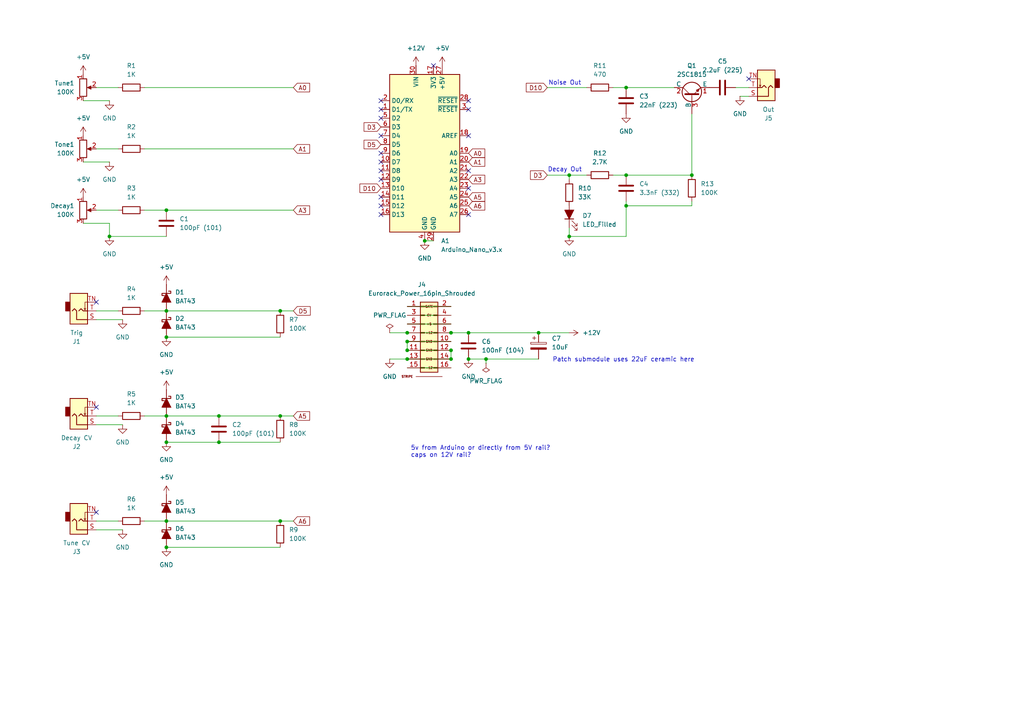
<source format=kicad_sch>
(kicad_sch (version 20231120) (generator "eeschema") (generator_version "8.0")
  (paper "A4")
  (title_block (title "HagiwoHatNoise_SMT") (rev "v1.0"))
  (lib_symbols
    (symbol "Connector_Audio:AudioJack2_SwitchT"
      (property "Reference" "J" (at 0 8.89 0))
      (property "Value" "AudioJack2_SwitchT" (at 0 6.35 0))
      (symbol "AudioJack2_SwitchT_0_1"
        (rectangle (start -2.54 0) (end -3.81 -2.54) (stroke (width 0.254)) (fill (type outline)))
        (polyline (pts (xy 1.778 -0.254) (xy 2.032 -0.762)))
        (polyline (pts (xy 0 0) (xy 0.635 -0.635) (xy 1.27 0) (xy 2.54 0)) (stroke (width 0.254)))
        (polyline (pts (xy 2.54 -2.54) (xy 1.778 -2.54) (xy 1.778 -0.254) (xy 1.524 -0.762)))
        (polyline (pts (xy 2.54 2.54) (xy -0.635 2.54) (xy -0.635 0) (xy -1.27 -0.635) (xy -1.905 0)) (stroke (width 0.254)))
        (rectangle (start 2.54 3.81) (end -2.54 -5.08) (stroke (width 0.254)) (fill (type background)))
      )
      (symbol "AudioJack2_SwitchT_1_1"
        (pin passive line (at 5.08 2.54 180) (length 2.54) (name "~") (number "S"))
        (pin passive line (at 5.08 0 180) (length 2.54) (name "~") (number "T"))
        (pin passive line (at 5.08 -2.54 180) (length 2.54) (name "~") (number "TN"))
      )
    )
    (symbol "Device:C" (pin_numbers hide) (pin_names (offset 0.254))
      (property "Reference" "C" (at 0.635 2.54 0))
      (property "Value" "C" (at 0.635 -2.54 0))
      (symbol "C_0_1"
        (polyline (pts (xy -2.032 -0.762) (xy 2.032 -0.762)) (stroke (width 0.508)))
        (polyline (pts (xy -2.032 0.762) (xy 2.032 0.762)) (stroke (width 0.508)))
      )
      (symbol "C_1_1"
        (pin passive line (at 0 3.81 270) (length 2.794) (name "~") (number "1"))
        (pin passive line (at 0 -3.81 90) (length 2.794) (name "~") (number "2"))
      )
    )
    (symbol "Device:C_Polarized" (pin_numbers hide) (pin_names (offset 0.254))
      (property "Reference" "C" (at 0.635 2.54 0))
      (property "Value" "C_Polarized" (at 0.635 -2.54 0))
      (symbol "C_Polarized_0_1"
        (rectangle (start -2.286 0.508) (end 2.286 1.016))
        (polyline (pts (xy -1.778 2.286) (xy -0.762 2.286)))
        (polyline (pts (xy -1.27 2.794) (xy -1.27 1.778)))
        (rectangle (start 2.286 -0.508) (end -2.286 -1.016) (fill (type outline)))
      )
      (symbol "C_Polarized_1_1"
        (pin passive line (at 0 3.81 270) (length 2.794) (name "~") (number "1"))
        (pin passive line (at 0 -3.81 90) (length 2.794) (name "~") (number "2"))
      )
    )
    (symbol "Device:D_Schottky_Filled" (pin_numbers hide) (pin_names (offset 1.016) hide)
      (property "Reference" "D" (at 0 2.54 0))
      (property "Value" "D_Schottky_Filled" (at 0 -2.54 0))
      (symbol "D_Schottky_Filled_0_1"
        (polyline (pts (xy 1.27 0) (xy -1.27 0)))
        (polyline (pts (xy 1.27 1.27) (xy 1.27 -1.27) (xy -1.27 0) (xy 1.27 1.27)) (stroke (width 0.254)) (fill (type outline)))
        (polyline (pts (xy -1.905 0.635) (xy -1.905 1.27) (xy -1.27 1.27) (xy -1.27 -1.27) (xy -0.635 -1.27) (xy -0.635 -0.635)) (stroke (width 0.254)))
      )
      (symbol "D_Schottky_Filled_1_1"
        (pin passive line (at -3.81 0 0) (length 2.54) (name "K") (number "1"))
        (pin passive line (at 3.81 0 180) (length 2.54) (name "A") (number "2"))
      )
    )
    (symbol "Device:LED_Filled" (pin_numbers hide) (pin_names (offset 1.016) hide)
      (property "Reference" "D" (at 0 2.54 0))
      (property "Value" "LED_Filled" (at 0 -2.54 0))
      (symbol "LED_Filled_0_1"
        (polyline (pts (xy -1.27 -1.27) (xy -1.27 1.27)) (stroke (width 0.254)))
        (polyline (pts (xy -1.27 0) (xy 1.27 0)))
        (polyline (pts (xy 1.27 -1.27) (xy 1.27 1.27) (xy -1.27 0) (xy 1.27 -1.27)) (stroke (width 0.254)) (fill (type outline)))
        (polyline (pts (xy -3.048 -0.762) (xy -4.572 -2.286) (xy -3.81 -2.286) (xy -4.572 -2.286) (xy -4.572 -1.524)))
        (polyline (pts (xy -1.778 -0.762) (xy -3.302 -2.286) (xy -2.54 -2.286) (xy -3.302 -2.286) (xy -3.302 -1.524)))
      )
      (symbol "LED_Filled_1_1"
        (pin passive line (at -3.81 0 0) (length 2.54) (name "K") (number "1"))
        (pin passive line (at 3.81 0 180) (length 2.54) (name "A") (number "2"))
      )
    )
    (symbol "Device:R" (pin_numbers hide) (pin_names (offset 0))
      (property "Reference" "R" (at 2.032 0 90))
      (property "Value" "R" (at 0 0 90))
      (symbol "R_0_1"
        (rectangle (start -1.016 -2.54) (end 1.016 2.54) (stroke (width 0.254)))
      )
      (symbol "R_1_1"
        (pin passive line (at 0 3.81 270) (length 1.27) (name "~") (number "1"))
        (pin passive line (at 0 -3.81 90) (length 1.27) (name "~") (number "2"))
      )
    )
    (symbol "Device:R_Potentiometer" (pin_names (offset 1.016) hide)
      (property "Reference" "RV" (at -4.445 0 90))
      (property "Value" "R_Potentiometer" (at -2.54 0 90))
      (symbol "R_Potentiometer_0_1"
        (polyline (pts (xy 2.54 0) (xy 1.524 0)))
        (polyline (pts (xy 1.143 0) (xy 2.286 0.508) (xy 2.286 -0.508) (xy 1.143 0)) (fill (type outline)))
        (rectangle (start 1.016 2.54) (end -1.016 -2.54) (stroke (width 0.254)))
      )
      (symbol "R_Potentiometer_1_1"
        (pin passive line (at 0 3.81 270) (length 1.27) (name "1") (number "1"))
        (pin passive line (at 3.81 0 180) (length 1.27) (name "2") (number "2"))
        (pin passive line (at 0 -3.81 90) (length 1.27) (name "3") (number "3"))
      )
    )
    (symbol "MCU_Module:Arduino_Nano_v3.x"
      (property "Reference" "A" (at -10.16 23.495 0))
      (property "Value" "Arduino_Nano_v3.x" (at 5.08 -24.13 0))
      (symbol "Arduino_Nano_v3.x_0_1"
        (rectangle (start -10.16 22.86) (end 10.16 -22.86) (stroke (width 0.254)) (fill (type background)))
      )
      (symbol "Arduino_Nano_v3.x_1_1"
        (pin bidirectional line (at -12.7 12.7 0) (length 2.54) (name "D1/TX") (number "1"))
        (pin bidirectional line (at -12.7 -2.54 0) (length 2.54) (name "D7") (number "10"))
        (pin bidirectional line (at -12.7 -5.08 0) (length 2.54) (name "D8") (number "11"))
        (pin bidirectional line (at -12.7 -7.62 0) (length 2.54) (name "D9") (number "12"))
        (pin bidirectional line (at -12.7 -10.16 0) (length 2.54) (name "D10") (number "13"))
        (pin bidirectional line (at -12.7 -12.7 0) (length 2.54) (name "D11") (number "14"))
        (pin bidirectional line (at -12.7 -15.24 0) (length 2.54) (name "D12") (number "15"))
        (pin bidirectional line (at -12.7 -17.78 0) (length 2.54) (name "D13") (number "16"))
        (pin power_out line (at 2.54 25.4 270) (length 2.54) (name "3V3") (number "17"))
        (pin input line (at 12.7 5.08 180) (length 2.54) (name "AREF") (number "18"))
        (pin bidirectional line (at 12.7 0 180) (length 2.54) (name "A0") (number "19"))
        (pin bidirectional line (at -12.7 15.24 0) (length 2.54) (name "D0/RX") (number "2"))
        (pin bidirectional line (at 12.7 -2.54 180) (length 2.54) (name "A1") (number "20"))
        (pin bidirectional line (at 12.7 -5.08 180) (length 2.54) (name "A2") (number "21"))
        (pin bidirectional line (at 12.7 -7.62 180) (length 2.54) (name "A3") (number "22"))
        (pin bidirectional line (at 12.7 -10.16 180) (length 2.54) (name "A4") (number "23"))
        (pin bidirectional line (at 12.7 -12.7 180) (length 2.54) (name "A5") (number "24"))
        (pin bidirectional line (at 12.7 -15.24 180) (length 2.54) (name "A6") (number "25"))
        (pin bidirectional line (at 12.7 -17.78 180) (length 2.54) (name "A7") (number "26"))
        (pin power_out line (at 5.08 25.4 270) (length 2.54) (name "+5V") (number "27"))
        (pin input line (at 12.7 15.24 180) (length 2.54) (name "~{RESET}") (number "28"))
        (pin power_in line (at 2.54 -25.4 90) (length 2.54) (name "GND") (number "29"))
        (pin input line (at 12.7 12.7 180) (length 2.54) (name "~{RESET}") (number "3"))
        (pin power_in line (at -2.54 25.4 270) (length 2.54) (name "VIN") (number "30"))
        (pin power_in line (at 0 -25.4 90) (length 2.54) (name "GND") (number "4"))
        (pin bidirectional line (at -12.7 10.16 0) (length 2.54) (name "D2") (number "5"))
        (pin bidirectional line (at -12.7 7.62 0) (length 2.54) (name "D3") (number "6"))
        (pin bidirectional line (at -12.7 5.08 0) (length 2.54) (name "D4") (number "7"))
        (pin bidirectional line (at -12.7 2.54 0) (length 2.54) (name "D5") (number "8"))
        (pin bidirectional line (at -12.7 0 0) (length 2.54) (name "D6") (number "9"))
      )
    )
    (symbol "PCM_4ms_Connector:Eurorack_Power_16pin_Shrouded" (pin_names (offset 0.0254) hide)
      (property "Reference" "J" (at 0 11.43 0))
      (property "Value" "Eurorack_Power_16pin_Shrouded" (at 0 13.97 0))
      (symbol "Eurorack_Power_16pin_Shrouded_0_0"
        (text "+12" (at 0 1.27 0) (effects (font (size 0.635 0.635))))
        (text "+5" (at 0 3.81 0) (effects (font (size 0.635 0.635))))
        (text "-12" (at 0 -8.89 0) (effects (font (size 0.635 0.635))))
        (text "CV" (at 0 6.35 0) (effects (font (size 0.635 0.635))))
        (text "GATE" (at 0 8.89 0) (effects (font (size 0.635 0.635))))
        (text "GND" (at 0 -6.35 0) (effects (font (size 0.635 0.635))))
        (text "GND" (at 0 -3.81 0) (effects (font (size 0.635 0.635))))
        (text "GND" (at 0 -1.27 0) (effects (font (size 0.635 0.635))))
        (text "STRIPE" (at -6.35 -11.43 0) (effects (font (size 0.635 0.635))))
      )
      (symbol "Eurorack_Power_16pin_Shrouded_0_1"
        (rectangle (start -2.54 -8.763) (end -1.27 -9.017))
        (rectangle (start -2.54 -6.223) (end -1.27 -6.477))
        (rectangle (start -2.54 -3.683) (end -1.27 -3.937))
        (rectangle (start -2.54 -1.143) (end -1.27 -1.397))
        (rectangle (start -2.54 1.397) (end -1.27 1.143))
        (rectangle (start -2.54 3.937) (end -1.27 3.683))
        (rectangle (start -2.54 6.477) (end -1.27 6.223))
        (rectangle (start -2.54 9.017) (end -1.27 8.763))
        (rectangle (start -2.54 10.16) (end 2.54 -10.16) (stroke (width 0.254)) (fill (type background)))
        (polyline (pts (xy -3.81 -11.43) (xy 3.81 -11.43) (xy 1.27 -11.43)))
        (rectangle (start 1.27 -8.763) (end 2.54 -9.017))
        (rectangle (start 1.27 -6.223) (end 2.54 -6.477))
        (rectangle (start 1.27 -3.683) (end 2.54 -3.937))
        (rectangle (start 1.27 -1.143) (end 2.54 -1.397))
        (rectangle (start 1.27 1.397) (end 2.54 1.143))
        (rectangle (start 1.27 3.937) (end 2.54 3.683))
        (rectangle (start 1.27 6.477) (end 2.54 6.223))
        (rectangle (start 1.27 9.017) (end 2.54 8.763))
      )
      (symbol "Eurorack_Power_16pin_Shrouded_1_1"
        (pin passive line (at -6.35 8.89 0) (length 3.81) (name "P1") (number "1"))
        (pin passive line (at 6.35 -1.27 180) (length 3.81) (name "GND") (number "10"))
        (pin passive line (at -6.35 -3.81 0) (length 3.81) (name "GND") (number "11"))
        (pin passive line (at 6.35 -3.81 180) (length 3.81) (name "GND") (number "12"))
        (pin passive line (at -6.35 -6.35 0) (length 3.81) (name "-12") (number "13"))
        (pin passive line (at 6.35 -6.35 180) (length 3.81) (name "-12V") (number "14"))
        (pin passive line (at -6.35 -8.89 0) (length 3.81) (name "-12V") (number "15"))
        (pin passive line (at 6.35 -8.89 180) (length 3.81) (name "P16") (number "16"))
        (pin passive line (at 6.35 8.89 180) (length 3.81) (name "P2") (number "2"))
        (pin passive line (at -6.35 6.35 0) (length 3.81) (name "P3") (number "3"))
        (pin passive line (at 6.35 6.35 180) (length 3.81) (name "P4") (number "4"))
        (pin passive line (at -6.35 3.81 0) (length 3.81) (name "+12V") (number "5"))
        (pin passive line (at 6.35 3.81 180) (length 3.81) (name "P6") (number "6"))
        (pin passive line (at -6.35 1.27 0) (length 3.81) (name "12V") (number "7"))
        (pin passive line (at 6.35 1.27 180) (length 3.81) (name "+12V") (number "8"))
        (pin passive line (at -6.35 -1.27 0) (length 3.81) (name "GND") (number "9"))
      )
    )
    (symbol "PCM_4ms_Power-symbol:PWR_FLAG" (power) (pin_numbers hide) (pin_names (offset 0) hide)
      (property "Value" "PWR_FLAG" (at 0 3.81 0))
      (symbol "PWR_FLAG_0_0"
        (pin power_out line (at 0 0 90) (length 0) (name "pwr") (number "1"))
      )
      (symbol "PWR_FLAG_0_1"
        (polyline (pts (xy 0 0) (xy 0 1.27) (xy -1.016 1.905) (xy 0 2.54) (xy 1.016 1.905) (xy 0 1.27)))
      )
    )
    (symbol "Transistor_BJT:2SC1815" (pin_names (offset 0))
      (property "Reference" "Q" (at 5.08 1.905 0))
      (property "Value" "2SC1815" (at 5.08 0 0))
      (symbol "2SC1815_0_1"
        (polyline (pts (xy 0 0) (xy 0.508 0)))
        (polyline (pts (xy 0.635 0.635) (xy 2.54 2.54)))
        (polyline (pts (xy 0.635 -0.635) (xy 2.54 -2.54) (xy 2.54 -2.54)))
        (polyline (pts (xy 0.635 1.905) (xy 0.635 -1.905) (xy 0.635 -1.905)) (stroke (width 0.508)))
        (polyline (pts (xy 1.27 -1.778) (xy 1.778 -1.27) (xy 2.286 -2.286) (xy 1.27 -1.778) (xy 1.27 -1.778)) (fill (type outline)))
        (circle (center 1.27 0) (radius 2.8194) (stroke (width 0.254)))
      )
      (symbol "2SC1815_1_1"
        (pin passive line (at 2.54 -5.08 90) (length 2.54) (name "E") (number "1"))
        (pin passive line (at 2.54 5.08 270) (length 2.54) (name "C") (number "2"))
        (pin input line (at -5.08 0 0) (length 5.08) (name "B") (number "3"))
      )
    )
    (symbol "power:+12V" (power) (pin_numbers hide) (pin_names (offset 0) hide)
      (property "Value" "+12V" (at 0 3.556 0))
      (symbol "+12V_0_1"
        (polyline (pts (xy -0.762 1.27) (xy 0 2.54)))
        (polyline (pts (xy 0 0) (xy 0 2.54)))
        (polyline (pts (xy 0 2.54) (xy 0.762 1.27)))
      )
      (symbol "+12V_1_1"
        (pin power_in line (at 0 0 90) (length 0) (name "~") (number "1"))
      )
    )
    (symbol "power:+5V" (power) (pin_numbers hide) (pin_names (offset 0) hide)
      (property "Value" "+5V" (at 0 3.556 0))
      (symbol "+5V_0_1"
        (polyline (pts (xy -0.762 1.27) (xy 0 2.54)))
        (polyline (pts (xy 0 0) (xy 0 2.54)))
        (polyline (pts (xy 0 2.54) (xy 0.762 1.27)))
      )
      (symbol "+5V_1_1"
        (pin power_in line (at 0 0 90) (length 0) (name "~") (number "1"))
      )
    )
    (symbol "power:GND" (power) (pin_numbers hide) (pin_names (offset 0) hide)
      (property "Value" "GND" (at 0 -3.81 0))
      (symbol "GND_0_1"
        (polyline (pts (xy 0 0) (xy 0 -1.27) (xy 1.27 -1.27) (xy 0 -2.54) (xy -1.27 -1.27) (xy 0 -1.27)))
      )
      (symbol "GND_1_1"
        (pin power_in line (at 0 0 270) (length 0) (name "~") (number "1"))
      )
    )
  )
  (junction (at 181.61 25.4))
  (junction (at 118.11 101.6))
  (junction (at 63.5 120.65))
  (junction (at 165.1 68.58))
  (junction (at 81.28 90.17))
  (junction (at 48.26 128.27))
  (junction (at 81.28 120.65))
  (junction (at 48.26 158.75))
  (junction (at 118.11 96.52))
  (junction (at 156.21 96.52))
  (junction (at 140.97 104.14))
  (junction (at 48.26 151.13))
  (junction (at 165.1 50.8))
  (junction (at 48.26 120.65))
  (junction (at 200.66 50.8))
  (junction (at 181.61 50.8))
  (junction (at 48.26 90.17))
  (junction (at 48.26 60.96))
  (junction (at 118.11 104.14))
  (junction (at 118.11 99.06))
  (junction (at 31.75 68.58))
  (junction (at 130.81 101.6))
  (junction (at 63.5 128.27))
  (junction (at 130.81 96.52))
  (junction (at 135.89 104.14))
  (junction (at 81.28 151.13))
  (junction (at 181.61 59.69))
  (junction (at 48.26 97.79))
  (junction (at 123.19 69.85))
  (junction (at 130.81 104.14))
  (junction (at 135.89 96.52))
  (no_connect (at 110.49 62.23))
  (no_connect (at 135.89 31.75))
  (no_connect (at 110.49 44.45))
  (no_connect (at 135.89 49.53))
  (no_connect (at 110.49 52.07))
  (no_connect (at 110.49 31.75))
  (no_connect (at 110.49 39.37))
  (no_connect (at 217.17 22.86))
  (no_connect (at 27.94 118.11))
  (no_connect (at 110.49 59.69))
  (no_connect (at 135.89 29.21))
  (no_connect (at 135.89 62.23))
  (no_connect (at 27.94 87.63))
  (no_connect (at 125.73 19.05))
  (no_connect (at 135.89 54.61))
  (no_connect (at 27.94 148.59))
  (no_connect (at 110.49 34.29))
  (no_connect (at 110.49 49.53))
  (no_connect (at 110.49 57.15))
  (no_connect (at 110.49 46.99))
  (no_connect (at 135.89 39.37))
  (no_connect (at 110.49 29.21))
  (wire (pts (xy 165.1 52.07) (xy 165.1 50.8)))
  (wire (pts (xy 81.28 151.13) (xy 85.09 151.13)))
  (wire (pts (xy 27.94 92.71) (xy 35.56 92.71)))
  (wire (pts (xy 63.5 120.65) (xy 81.28 120.65)))
  (wire (pts (xy 181.61 58.42) (xy 181.61 59.69)))
  (wire (pts (xy 27.94 120.65) (xy 34.29 120.65)))
  (wire (pts (xy 200.66 59.69) (xy 200.66 58.42)))
  (wire (pts (xy 135.89 96.52) (xy 130.81 96.52)))
  (wire (pts (xy 48.26 60.96) (xy 85.09 60.96)))
  (wire (pts (xy 113.03 96.52) (xy 118.11 96.52)))
  (wire (pts (xy 118.11 91.44) (xy 130.81 91.44)))
  (wire (pts (xy 181.61 50.8) (xy 200.66 50.8)))
  (wire (pts (xy 140.97 105.41) (xy 140.97 104.14)))
  (wire (pts (xy 214.63 27.94) (xy 217.17 27.94)))
  (wire (pts (xy 27.94 60.96) (xy 34.29 60.96)))
  (wire (pts (xy 31.75 64.77) (xy 24.13 64.77)))
  (wire (pts (xy 213.36 25.4) (xy 217.17 25.4)))
  (wire (pts (xy 31.75 46.99) (xy 24.13 46.99)))
  (wire (pts (xy 27.94 43.18) (xy 34.29 43.18)))
  (wire (pts (xy 200.66 33.02) (xy 200.66 50.8)))
  (wire (pts (xy 27.94 90.17) (xy 34.29 90.17)))
  (wire (pts (xy 118.11 88.9) (xy 130.81 88.9)))
  (wire (pts (xy 156.21 96.52) (xy 135.89 96.52)))
  (wire (pts (xy 48.26 151.13) (xy 81.28 151.13)))
  (wire (pts (xy 165.1 68.58) (xy 181.61 68.58)))
  (wire (pts (xy 31.75 68.58) (xy 31.75 64.77)))
  (wire (pts (xy 158.75 50.8) (xy 165.1 50.8)))
  (wire (pts (xy 158.75 25.4) (xy 170.18 25.4)))
  (wire (pts (xy 48.26 120.65) (xy 63.5 120.65)))
  (wire (pts (xy 27.94 151.13) (xy 34.29 151.13)))
  (wire (pts (xy 118.11 104.14) (xy 130.81 104.14)))
  (wire (pts (xy 118.11 93.98) (xy 130.81 93.98)))
  (wire (pts (xy 48.26 90.17) (xy 81.28 90.17)))
  (wire (pts (xy 181.61 59.69) (xy 200.66 59.69)))
  (wire (pts (xy 118.11 101.6) (xy 130.81 101.6)))
  (wire (pts (xy 27.94 123.19) (xy 35.56 123.19)))
  (wire (pts (xy 63.5 128.27) (xy 81.28 128.27)))
  (wire (pts (xy 177.8 25.4) (xy 181.61 25.4)))
  (wire (pts (xy 130.81 101.6) (xy 130.81 104.14)))
  (wire (pts (xy 165.1 59.69) (xy 165.1 58.42)))
  (wire (pts (xy 165.1 96.52) (xy 156.21 96.52)))
  (wire (pts (xy 113.03 104.14) (xy 118.11 104.14)))
  (wire (pts (xy 140.97 104.14) (xy 156.21 104.14)))
  (wire (pts (xy 181.61 25.4) (xy 195.58 25.4)))
  (wire (pts (xy 41.91 60.96) (xy 48.26 60.96)))
  (wire (pts (xy 48.26 97.79) (xy 81.28 97.79)))
  (wire (pts (xy 118.11 96.52) (xy 130.81 96.52)))
  (wire (pts (xy 165.1 50.8) (xy 170.18 50.8)))
  (wire (pts (xy 48.26 128.27) (xy 63.5 128.27)))
  (wire (pts (xy 118.11 106.68) (xy 130.81 106.68)))
  (wire (pts (xy 135.89 104.14) (xy 140.97 104.14)))
  (wire (pts (xy 81.28 120.65) (xy 85.09 120.65)))
  (wire (pts (xy 41.91 90.17) (xy 48.26 90.17)))
  (wire (pts (xy 41.91 25.4) (xy 85.09 25.4)))
  (wire (pts (xy 31.75 68.58) (xy 48.26 68.58)))
  (wire (pts (xy 41.91 43.18) (xy 85.09 43.18)))
  (wire (pts (xy 118.11 99.06) (xy 118.11 101.6)))
  (wire (pts (xy 81.28 90.17) (xy 85.09 90.17)))
  (wire (pts (xy 31.75 29.21) (xy 24.13 29.21)))
  (wire (pts (xy 48.26 158.75) (xy 81.28 158.75)))
  (wire (pts (xy 27.94 153.67) (xy 35.56 153.67)))
  (wire (pts (xy 177.8 50.8) (xy 181.61 50.8)))
  (wire (pts (xy 118.11 99.06) (xy 130.81 99.06)))
  (wire (pts (xy 123.19 69.85) (xy 125.73 69.85)))
  (wire (pts (xy 41.91 120.65) (xy 48.26 120.65)))
  (wire (pts (xy 41.91 151.13) (xy 48.26 151.13)))
  (wire (pts (xy 165.1 68.58) (xy 165.1 66.04)))
  (wire (pts (xy 181.61 59.69) (xy 181.61 68.58)))
  (wire (pts (xy 27.94 25.4) (xy 34.29 25.4)))
  (text "5v from Arduino or directly from 5V rail?\ncaps on 12V rail?" (at 119.126 131.064 0) (effects (font (size 1.27 1.27)) (justify left)))
  (text "Noise Out" (at 163.83 24.13 0) (effects (font (size 1.27 1.27))))
  (text "Patch submodule uses 22uF ceramic here" (at 180.848 104.394 0) (effects (font (size 1.27 1.27))))
  (text "Decay Out" (at 163.83 49.276 0) (effects (font (size 1.27 1.27))))
  (global_label "A0" (shape input) (at 85.09 25.4 0) (property "Intersheetrefs" "${INTERSHEET_REFS}" (effects (hide yes))))
  (global_label "A5" (shape input) (at 135.89 57.15 0) (property "Intersheetrefs" "${INTERSHEET_REFS}" (effects (hide yes))))
  (global_label "D5" (shape input) (at 110.49 41.91 180) (property "Intersheetrefs" "${INTERSHEET_REFS}" (effects (hide yes))))
  (global_label "A6" (shape input) (at 85.09 151.13 0) (property "Intersheetrefs" "${INTERSHEET_REFS}" (effects (hide yes))))
  (global_label "D10" (shape input) (at 110.49 54.61 180) (property "Intersheetrefs" "${INTERSHEET_REFS}" (effects (hide yes))))
  (global_label "A3" (shape input) (at 135.89 52.07 0) (property "Intersheetrefs" "${INTERSHEET_REFS}" (effects (hide yes))))
  (global_label "D10" (shape input) (at 158.75 25.4 180) (property "Intersheetrefs" "${INTERSHEET_REFS}" (effects (hide yes))))
  (global_label "D3" (shape input) (at 110.49 36.83 180) (property "Intersheetrefs" "${INTERSHEET_REFS}" (effects (hide yes))))
  (global_label "D5" (shape input) (at 85.09 90.17 0) (property "Intersheetrefs" "${INTERSHEET_REFS}" (effects (hide yes))))
  (global_label "A3" (shape input) (at 85.09 60.96 0) (property "Intersheetrefs" "${INTERSHEET_REFS}" (effects (hide yes))))
  (global_label "D3" (shape input) (at 158.75 50.8 180) (property "Intersheetrefs" "${INTERSHEET_REFS}" (effects (hide yes))))
  (global_label "A5" (shape input) (at 85.09 120.65 0) (property "Intersheetrefs" "${INTERSHEET_REFS}" (effects (hide yes))))
  (global_label "A6" (shape input) (at 135.89 59.69 0) (property "Intersheetrefs" "${INTERSHEET_REFS}" (effects (hide yes))))
  (global_label "A1" (shape input) (at 135.89 46.99 0) (property "Intersheetrefs" "${INTERSHEET_REFS}" (effects (hide yes))))
  (global_label "A0" (shape input) (at 135.89 44.45 0) (property "Intersheetrefs" "${INTERSHEET_REFS}" (effects (hide yes))))
  (global_label "A1" (shape input) (at 85.09 43.18 0) (property "Intersheetrefs" "${INTERSHEET_REFS}" (effects (hide yes))))
  (symbol (lib_id "Device:D_Schottky_Filled") (at 48.26 147.32 270) (unit 1)
    (property "Reference" "D5" (at 50.8 145.7324 90) (effects (justify left)))
    (property "Value" "BAT43" (at 50.8 148.2724 90) (effects (justify left)))
    (property "Footprint" "Diode_SMD:D_SOD-323" (effects (hide yes)))
    (property "Description" "Schottky diode, filled shape" (effects (hide yes)))
  )
  (symbol (lib_id "power:GND") (at 31.75 29.21 0) (unit 1)
    (property "Reference" "#PWR04" (effects (hide yes)))
    (property "Value" "GND" (at 31.75 34.29 0))
    (property "Description" "Power symbol creates a global label with name \"GND\" , ground" (effects (hide yes)))
  )
  (symbol (lib_id "power:GND") (at 48.26 158.75 0) (unit 1)
    (property "Reference" "#PWR015" (effects (hide yes)))
    (property "Value" "GND" (at 48.26 163.83 0))
    (property "Description" "Power symbol creates a global label with name \"GND\" , ground" (effects (hide yes)))
  )
  (symbol (lib_id "Device:C") (at 48.26 64.77 0) (unit 1)
    (property "Reference" "C1" (at 52.07 63.4999 0) (effects (justify left)))
    (property "Value" "100pF (101)" (at 52.07 66.0399 0) (effects (justify left)))
    (property "Footprint" "Capacitor_SMD:C_0201_0603Metric" (effects (hide yes)))
    (property "Description" "Unpolarized capacitor" (effects (hide yes)))
  )
  (symbol (lib_id "power:+12V") (at 165.1 96.52 270) (unit 1)
    (property "Reference" "#PWR020" (effects (hide yes)))
    (property "Value" "+12V" (at 168.91 96.5199 90) (effects (justify left)))
    (property "Description" "Power symbol creates a global label with name \"+12V\"" (effects (hide yes)))
  )
  (symbol (lib_id "Device:R") (at 38.1 43.18 90) (unit 1)
    (property "Reference" "R2" (at 38.1 36.83 90))
    (property "Value" "1K" (at 38.1 39.37 90))
    (property "Footprint" "Resistor_SMD:R_0805_2012Metric" (effects (hide yes)))
    (property "Description" "Resistor" (effects (hide yes)))
  )
  (symbol (lib_id "Device:D_Schottky_Filled") (at 48.26 116.84 270) (unit 1)
    (property "Reference" "D3" (at 50.8 115.2524 90) (effects (justify left)))
    (property "Value" "BAT43" (at 50.8 117.7924 90) (effects (justify left)))
    (property "Footprint" "Diode_SMD:D_SOD-323" (effects (hide yes)))
    (property "Description" "Schottky diode, filled shape" (effects (hide yes)))
  )
  (symbol (lib_id "power:GND") (at 31.75 68.58 0) (unit 1)
    (property "Reference" "#PWR06" (effects (hide yes)))
    (property "Value" "GND" (at 31.75 73.66 0))
    (property "Description" "Power symbol creates a global label with name \"GND\" , ground" (effects (hide yes)))
  )
  (symbol (lib_id "Device:R") (at 200.66 54.61 180) (unit 1)
    (property "Reference" "R13" (at 203.2 53.3399 0) (effects (justify right)))
    (property "Value" "100K" (at 203.2 55.8799 0) (effects (justify right)))
    (property "Footprint" "Resistor_SMD:R_1206_3216Metric" (effects (hide yes)))
    (property "Description" "Resistor" (effects (hide yes)))
  )
  (symbol (lib_id "Connector_Audio:AudioJack2_SwitchT") (at 222.25 25.4 180) (unit 1)
    (property "Reference" "J5" (at 222.885 34.29 0))
    (property "Value" "Out" (at 222.885 31.75 0))
    (property "Footprint" "Library:EighthInch_PJ398SM_T_TN_S" (effects (hide yes)))
    (property "Description" "Audio Jack, 2 Poles (Mono / TS), Switched T Pole (Normalling)" (effects (hide yes)))
  )
  (symbol (lib_id "Device:C_Polarized") (at 156.21 100.33 0) (unit 1)
    (property "Reference" "C7" (at 160.02 98.1709 0) (effects (justify left)))
    (property "Value" "10uF" (at 160.02 100.7109 0) (effects (justify left)))
    (property "Footprint" "Capacitor_SMD:CP_Elec_5x5.4" (effects (hide yes)))
    (property "Description" "Polarized capacitor" (effects (hide yes)))
  )
  (symbol (lib_id "power:GND") (at 31.75 46.99 0) (unit 1)
    (property "Reference" "#PWR05" (effects (hide yes)))
    (property "Value" "GND" (at 31.75 52.07 0))
    (property "Description" "Power symbol creates a global label with name \"GND\" , ground" (effects (hide yes)))
  )
  (symbol (lib_id "power:GND") (at 48.26 128.27 0) (unit 1)
    (property "Reference" "#PWR013" (effects (hide yes)))
    (property "Value" "GND" (at 48.26 133.35 0))
    (property "Description" "Power symbol creates a global label with name \"GND\" , ground" (effects (hide yes)))
  )
  (symbol (lib_id "Device:D_Schottky_Filled") (at 48.26 86.36 270) (unit 1)
    (property "Reference" "D1" (at 50.8 84.7724 90) (effects (justify left)))
    (property "Value" "BAT43" (at 50.8 87.3124 90) (effects (justify left)))
    (property "Footprint" "Diode_SMD:D_SOD-323" (effects (hide yes)))
    (property "Description" "Schottky diode, filled shape" (effects (hide yes)))
  )
  (symbol (lib_id "Device:R") (at 38.1 60.96 90) (unit 1)
    (property "Reference" "R3" (at 38.1 54.61 90))
    (property "Value" "1K" (at 38.1 57.15 90))
    (property "Footprint" "Resistor_SMD:R_0805_2012Metric" (effects (hide yes)))
    (property "Description" "Resistor" (effects (hide yes)))
  )
  (symbol (lib_id "Device:C") (at 135.89 100.33 0) (unit 1)
    (property "Reference" "C6" (at 139.7 99.0599 0) (effects (justify left)))
    (property "Value" "100nF (104)" (at 139.7 101.5999 0) (effects (justify left)))
    (property "Footprint" "Capacitor_SMD:C_0402_1005Metric" (effects (hide yes)))
    (property "Description" "Unpolarized capacitor" (effects (hide yes)))
  )
  (symbol (lib_id "Device:R") (at 38.1 120.65 90) (unit 1)
    (property "Reference" "R5" (at 38.1 114.3 90))
    (property "Value" "1K" (at 38.1 116.84 90))
    (property "Footprint" "Resistor_SMD:R_0805_2012Metric" (effects (hide yes)))
    (property "Description" "Resistor" (effects (hide yes)))
  )
  (symbol (lib_id "power:+12V") (at 120.65 19.05 0) (unit 1)
    (property "Reference" "#PWR017" (effects (hide yes)))
    (property "Value" "+12V" (at 120.65 13.97 0))
    (property "Description" "Power symbol creates a global label with name \"+12V\"" (effects (hide yes)))
  )
  (symbol (lib_id "Device:R") (at 38.1 151.13 90) (unit 1)
    (property "Reference" "R6" (at 38.1 144.78 90))
    (property "Value" "1K" (at 38.1 147.32 90))
    (property "Footprint" "Resistor_SMD:R_0805_2012Metric" (effects (hide yes)))
    (property "Description" "Resistor" (effects (hide yes)))
  )
  (symbol (lib_id "power:+5V") (at 24.13 57.15 0) (unit 1)
    (property "Reference" "#PWR03" (effects (hide yes)))
    (property "Value" "+5V" (at 24.13 52.07 0))
    (property "Description" "Power symbol creates a global label with name \"+5V\"" (effects (hide yes)))
  )
  (symbol (lib_id "Device:R") (at 173.99 50.8 90) (unit 1)
    (property "Reference" "R12" (at 173.99 44.45 90))
    (property "Value" "2.7K" (at 173.99 46.99 90))
    (property "Footprint" "Resistor_SMD:R_1206_3216Metric" (effects (hide yes)))
    (property "Description" "Resistor" (effects (hide yes)))
  )
  (symbol (lib_id "MCU_Module:Arduino_Nano_v3.x") (at 123.19 44.45 0) (unit 1)
    (property "Reference" "A1" (at 127.9241 69.85 0) (effects (justify left)))
    (property "Value" "Arduino_Nano_v3.x" (at 127.9241 72.39 0) (effects (justify left)))
    (property "Footprint" "Module:Arduino_Nano" (effects (hide yes)))
    (property "Datasheet" "http://www.mouser.com/pdfdocs/Gravitech_Arduino_Nano3_0.pdf" (effects (hide yes)))
    (property "Description" "Arduino Nano v3.x" (effects (hide yes)))
  )
  (symbol (lib_id "power:+5V") (at 128.27 19.05 0) (unit 1)
    (property "Reference" "#PWR019" (effects (hide yes)))
    (property "Value" "+5V" (at 128.27 13.97 0))
    (property "Description" "Power symbol creates a global label with name \"+5V\"" (effects (hide yes)))
  )
  (symbol (lib_id "Device:R") (at 81.28 154.94 0) (unit 1)
    (property "Reference" "R9" (at 83.82 153.6699 0) (effects (justify left)))
    (property "Value" "100K" (at 83.82 156.2099 0) (effects (justify left)))
    (property "Footprint" "Resistor_SMD:R_1206_3216Metric" (effects (hide yes)))
    (property "Description" "Resistor" (effects (hide yes)))
  )
  (symbol (lib_id "Device:D_Schottky_Filled") (at 48.26 154.94 270) (unit 1)
    (property "Reference" "D6" (at 50.8 153.3524 90) (effects (justify left)))
    (property "Value" "BAT43" (at 50.8 155.8924 90) (effects (justify left)))
    (property "Footprint" "Diode_SMD:D_SOD-323" (effects (hide yes)))
    (property "Description" "Schottky diode, filled shape" (effects (hide yes)))
  )
  (symbol (lib_id "Device:R_Potentiometer") (at 24.13 60.96 0) (unit 1)
    (property "Reference" "Decay1" (at 21.59 59.6899 0) (effects (justify right)))
    (property "Value" "100K" (at 21.59 62.2299 0) (effects (justify right)))
    (property "Footprint" "Library:Pot_9mm_DShaft_RemovedPins4_5" (effects (hide yes)))
    (property "Description" "Potentiometer" (effects (hide yes)))
  )
  (symbol (lib_id "power:GND") (at 165.1 68.58 0) (unit 1)
    (property "Reference" "#PWR021" (effects (hide yes)))
    (property "Value" "GND" (at 165.1 73.66 0))
    (property "Description" "Power symbol creates a global label with name \"GND\" , ground" (effects (hide yes)))
  )
  (symbol (lib_id "Device:LED_Filled") (at 165.1 62.23 90) (unit 1)
    (property "Reference" "D7" (at 168.91 62.5474 90) (effects (justify right)))
    (property "Value" "LED_Filled" (at 168.91 65.0874 90) (effects (justify right)))
    (property "Footprint" "LED_THT:LED_D5.0mm" (effects (hide yes)))
    (property "Description" "Light emitting diode, filled shape" (effects (hide yes)))
  )
  (symbol (lib_id "Device:C") (at 209.55 25.4 90) (unit 1)
    (property "Reference" "C5" (at 209.55 17.78 90))
    (property "Value" "2.2uF (225)" (at 209.55 20.32 90))
    (property "Footprint" "Capacitor_SMD:C_1206_3216Metric" (effects (hide yes)))
    (property "Description" "Unpolarized capacitor" (effects (hide yes)))
  )
  (symbol (lib_id "Device:C") (at 63.5 124.46 0) (unit 1)
    (property "Reference" "C2" (at 67.31 123.1899 0) (effects (justify left)))
    (property "Value" "100pF (101)" (at 67.31 125.7299 0) (effects (justify left)))
    (property "Footprint" "Capacitor_SMD:C_0201_0603Metric" (effects (hide yes)))
    (property "Description" "Unpolarized capacitor" (effects (hide yes)))
  )
  (symbol (lib_id "PCM_4ms_Power-symbol:PWR_FLAG") (at 113.03 96.52 0) (unit 1)
    (property "Reference" "#FLG01" (effects (hide yes)))
    (property "Value" "PWR_FLAG" (at 113.03 91.44 0))
  )
  (symbol (lib_id "power:GND") (at 113.03 104.14 0) (unit 1)
    (property "Reference" "#PWR016" (effects (hide yes)))
    (property "Value" "GND" (at 113.03 109.22 0))
    (property "Description" "Power symbol creates a global label with name \"GND\" , ground" (effects (hide yes)))
  )
  (symbol (lib_id "Device:C") (at 181.61 29.21 0) (unit 1)
    (property "Reference" "C3" (at 185.42 27.9399 0) (effects (justify left)))
    (property "Value" "22nF (223)" (at 185.42 30.4799 0) (effects (justify left)))
    (property "Footprint" "Capacitor_SMD:C_0805_2012Metric" (effects (hide yes)))
    (property "Description" "Unpolarized capacitor" (effects (hide yes)))
  )
  (symbol (lib_id "power:GND") (at 35.56 153.67 0) (unit 1)
    (property "Reference" "#PWR09" (effects (hide yes)))
    (property "Value" "GND" (at 35.56 158.75 0))
    (property "Description" "Power symbol creates a global label with name \"GND\" , ground" (effects (hide yes)))
  )
  (symbol (lib_id "power:GND") (at 123.19 69.85 0) (unit 1)
    (property "Reference" "#PWR018" (effects (hide yes)))
    (property "Value" "GND" (at 123.19 74.93 0))
    (property "Description" "Power symbol creates a global label with name \"GND\" , ground" (effects (hide yes)))
  )
  (symbol (lib_id "power:GND") (at 35.56 92.71 0) (unit 1)
    (property "Reference" "#PWR07" (effects (hide yes)))
    (property "Value" "GND" (at 35.56 97.79 0))
    (property "Description" "Power symbol creates a global label with name \"GND\" , ground" (effects (hide yes)))
  )
  (symbol (lib_id "Connector_Audio:AudioJack2_SwitchT") (at 22.86 120.65 0) (mirror x) (unit 1)
    (property "Reference" "J2" (at 22.225 129.54 0))
    (property "Value" "Decay CV" (at 22.225 127 0))
    (property "Footprint" "Library:EighthInch_PJ398SM_T_TN_S" (effects (hide yes)))
    (property "Description" "Audio Jack, 2 Poles (Mono / TS), Switched T Pole (Normalling)" (effects (hide yes)))
  )
  (symbol (lib_id "Device:D_Schottky_Filled") (at 48.26 93.98 270) (unit 1)
    (property "Reference" "D2" (at 50.8 92.3924 90) (effects (justify left)))
    (property "Value" "BAT43" (at 50.8 94.9324 90) (effects (justify left)))
    (property "Footprint" "Diode_SMD:D_SOD-323" (effects (hide yes)))
    (property "Description" "Schottky diode, filled shape" (effects (hide yes)))
  )
  (symbol (lib_id "Device:R") (at 173.99 25.4 90) (unit 1)
    (property "Reference" "R11" (at 173.99 19.05 90))
    (property "Value" "470" (at 173.99 21.59 90))
    (property "Footprint" "Resistor_SMD:R_0402_1005Metric" (effects (hide yes)))
    (property "Description" "Resistor" (effects (hide yes)))
  )
  (symbol (lib_id "Device:R_Potentiometer") (at 24.13 25.4 0) (unit 1)
    (property "Reference" "Tune1" (at 21.59 24.1299 0) (effects (justify right)))
    (property "Value" "100K" (at 21.59 26.6699 0) (effects (justify right)))
    (property "Footprint" "Library:Pot_9mm_DShaft_RemovedPins4_5" (effects (hide yes)))
    (property "Description" "Potentiometer" (effects (hide yes)))
  )
  (symbol (lib_id "PCM_4ms_Connector:Eurorack_Power_16pin_Shrouded") (at 124.46 97.79 0) (unit 1)
    (property "Reference" "J4" (at 122.3533 82.55 0))
    (property "Value" "Eurorack_Power_16pin_Shrouded" (at 122.3533 85.09 0))
    (property "Footprint" "Library:Pins_2x08_2.54mm_TH_EuroPower_Shrouded_Minimal" (effects (hide yes)))
    (property "Description" "Header, Male Pins, 2*8, spacing 2.54mm, straight pin, shrouded and keyed" (effects (hide yes)))
    (property "Specifications" "Header, Male Pins, 2*8, spacing 2.54mm, straight pin, shrouded and keyed" (effects (hide yes)))
    (property "Manufacturer" "Cixi LanLing" (effects (hide yes)))
    (property "Part Number" "LL1007-1 (2*8 HITEMP)" (effects (hide yes)))
  )
  (symbol (lib_id "Device:R") (at 81.28 93.98 0) (unit 1)
    (property "Reference" "R7" (at 83.82 92.7099 0) (effects (justify left)))
    (property "Value" "100K" (at 83.82 95.2499 0) (effects (justify left)))
    (property "Footprint" "Resistor_SMD:R_1206_3216Metric" (effects (hide yes)))
    (property "Description" "Resistor" (effects (hide yes)))
  )
  (symbol (lib_id "power:GND") (at 181.61 33.02 0) (unit 1)
    (property "Reference" "#PWR022" (effects (hide yes)))
    (property "Value" "GND" (at 181.61 38.1 0))
    (property "Description" "Power symbol creates a global label with name \"GND\" , ground" (effects (hide yes)))
  )
  (symbol (lib_id "Device:R_Potentiometer") (at 24.13 43.18 0) (unit 1)
    (property "Reference" "Tone1" (at 21.59 41.9099 0) (effects (justify right)))
    (property "Value" "100K" (at 21.59 44.4499 0) (effects (justify right)))
    (property "Footprint" "Library:Pot_9mm_DShaft_RemovedPins4_5" (effects (hide yes)))
    (property "Description" "Potentiometer" (effects (hide yes)))
  )
  (symbol (lib_id "Device:C") (at 181.61 54.61 0) (unit 1)
    (property "Reference" "C4" (at 185.42 53.3399 0) (effects (justify left)))
    (property "Value" "3.3nF (332)" (at 185.42 55.8799 0) (effects (justify left)))
    (property "Footprint" "Capacitor_SMD:C_0402_1005Metric" (effects (hide yes)))
    (property "Description" "Unpolarized capacitor" (effects (hide yes)))
  )
  (symbol (lib_id "Connector_Audio:AudioJack2_SwitchT") (at 22.86 151.13 0) (mirror x) (unit 1)
    (property "Reference" "J3" (at 22.225 160.02 0))
    (property "Value" "Tune CV" (at 22.225 157.48 0))
    (property "Footprint" "Library:EighthInch_PJ398SM_T_TN_S" (effects (hide yes)))
    (property "Description" "Audio Jack, 2 Poles (Mono / TS), Switched T Pole (Normalling)" (effects (hide yes)))
  )
  (symbol (lib_id "Device:D_Schottky_Filled") (at 48.26 124.46 270) (unit 1)
    (property "Reference" "D4" (at 50.8 122.8724 90) (effects (justify left)))
    (property "Value" "BAT43" (at 50.8 125.4124 90) (effects (justify left)))
    (property "Footprint" "Diode_SMD:D_SOD-323" (effects (hide yes)))
    (property "Description" "Schottky diode, filled shape" (effects (hide yes)))
  )
  (symbol (lib_id "power:GND") (at 135.89 104.14 0) (unit 1)
    (property "Reference" "#PWR024" (effects (hide yes)))
    (property "Value" "GND" (at 135.89 109.22 0))
    (property "Description" "Power symbol creates a global label with name \"GND\" , ground" (effects (hide yes)))
  )
  (symbol (lib_id "power:+5V") (at 48.26 143.51 0) (unit 1)
    (property "Reference" "#PWR014" (effects (hide yes)))
    (property "Value" "+5V" (at 48.26 138.43 0))
    (property "Description" "Power symbol creates a global label with name \"+5V\"" (effects (hide yes)))
  )
  (symbol (lib_id "Device:R") (at 165.1 55.88 180) (unit 1)
    (property "Reference" "R10" (at 167.64 54.6099 0) (effects (justify right)))
    (property "Value" "33K" (at 167.64 57.1499 0) (effects (justify right)))
    (property "Footprint" "Resistor_SMD:R_0805_2012Metric" (effects (hide yes)))
    (property "Description" "Resistor" (effects (hide yes)))
  )
  (symbol (lib_id "power:GND") (at 35.56 123.19 0) (unit 1)
    (property "Reference" "#PWR08" (effects (hide yes)))
    (property "Value" "GND" (at 35.56 128.27 0))
    (property "Description" "Power symbol creates a global label with name \"GND\" , ground" (effects (hide yes)))
  )
  (symbol (lib_id "power:GND") (at 48.26 97.79 0) (unit 1)
    (property "Reference" "#PWR011" (effects (hide yes)))
    (property "Value" "GND" (at 48.26 102.87 0))
    (property "Description" "Power symbol creates a global label with name \"GND\" , ground" (effects (hide yes)))
  )
  (symbol (lib_id "power:+5V") (at 48.26 113.03 0) (unit 1)
    (property "Reference" "#PWR012" (effects (hide yes)))
    (property "Value" "+5V" (at 48.26 107.95 0))
    (property "Description" "Power symbol creates a global label with name \"+5V\"" (effects (hide yes)))
  )
  (symbol (lib_id "power:GND") (at 214.63 27.94 0) (unit 1)
    (property "Reference" "#PWR023" (effects (hide yes)))
    (property "Value" "GND" (at 214.63 33.02 0))
    (property "Description" "Power symbol creates a global label with name \"GND\" , ground" (effects (hide yes)))
  )
  (symbol (lib_id "power:+5V") (at 48.26 82.55 0) (unit 1)
    (property "Reference" "#PWR010" (effects (hide yes)))
    (property "Value" "+5V" (at 48.26 77.47 0))
    (property "Description" "Power symbol creates a global label with name \"+5V\"" (effects (hide yes)))
  )
  (symbol (lib_id "Transistor_BJT:2SC1815") (at 200.66 27.94 90) (unit 1)
    (property "Reference" "Q1" (at 200.66 19.05 90))
    (property "Value" "2SC1815" (at 200.66 21.59 90))
    (property "Footprint" "Package_TO_SOT_SMD:SOT-23" (effects (hide yes)))
    (property "Datasheet" "https://media.digikey.com/pdf/Data%20Sheets/Toshiba%20PDFs/2SC1815.pdf" (effects (hide yes)))
    (property "Description" "0.15A Ic, 50V Vce, Low Noise Audio NPN Transistor, TO-92" (effects (hide yes)))
  )
  (symbol (lib_id "power:+5V") (at 24.13 39.37 0) (unit 1)
    (property "Reference" "#PWR02" (effects (hide yes)))
    (property "Value" "+5V" (at 24.13 34.29 0))
    (property "Description" "Power symbol creates a global label with name \"+5V\"" (effects (hide yes)))
  )
  (symbol (lib_id "Connector_Audio:AudioJack2_SwitchT") (at 22.86 90.17 0) (mirror x) (unit 1)
    (property "Reference" "J1" (at 22.225 99.06 0))
    (property "Value" "Trig" (at 22.225 96.52 0))
    (property "Footprint" "Library:EighthInch_PJ398SM_T_TN_S" (effects (hide yes)))
    (property "Description" "Audio Jack, 2 Poles (Mono / TS), Switched T Pole (Normalling)" (effects (hide yes)))
  )
  (symbol (lib_id "PCM_4ms_Power-symbol:PWR_FLAG") (at 140.97 105.41 180) (unit 1)
    (property "Reference" "#FLG02" (effects (hide yes)))
    (property "Value" "PWR_FLAG" (at 140.97 110.49 0))
  )
  (symbol (lib_id "Device:R") (at 81.28 124.46 0) (unit 1)
    (property "Reference" "R8" (at 83.82 123.1899 0) (effects (justify left)))
    (property "Value" "100K" (at 83.82 125.7299 0) (effects (justify left)))
    (property "Footprint" "Resistor_SMD:R_1206_3216Metric" (effects (hide yes)))
    (property "Description" "Resistor" (effects (hide yes)))
  )
  (symbol (lib_id "power:+5V") (at 24.13 21.59 0) (unit 1)
    (property "Reference" "#PWR01" (effects (hide yes)))
    (property "Value" "+5V" (at 24.13 16.51 0))
    (property "Description" "Power symbol creates a global label with name \"+5V\"" (effects (hide yes)))
  )
  (symbol (lib_id "Device:R") (at 38.1 25.4 90) (unit 1)
    (property "Reference" "R1" (at 38.1 19.05 90))
    (property "Value" "1K" (at 38.1 21.59 90))
    (property "Footprint" "Resistor_SMD:R_0805_2012Metric" (effects (hide yes)))
    (property "Description" "Resistor" (effects (hide yes)))
  )
  (symbol (lib_id "Device:R") (at 38.1 90.17 90) (unit 1)
    (property "Reference" "R4" (at 38.1 83.82 90))
    (property "Value" "1K" (at 38.1 86.36 90))
    (property "Footprint" "Resistor_SMD:R_0805_2012Metric" (effects (hide yes)))
    (property "Description" "Resistor" (effects (hide yes)))
  )
)
</source>
